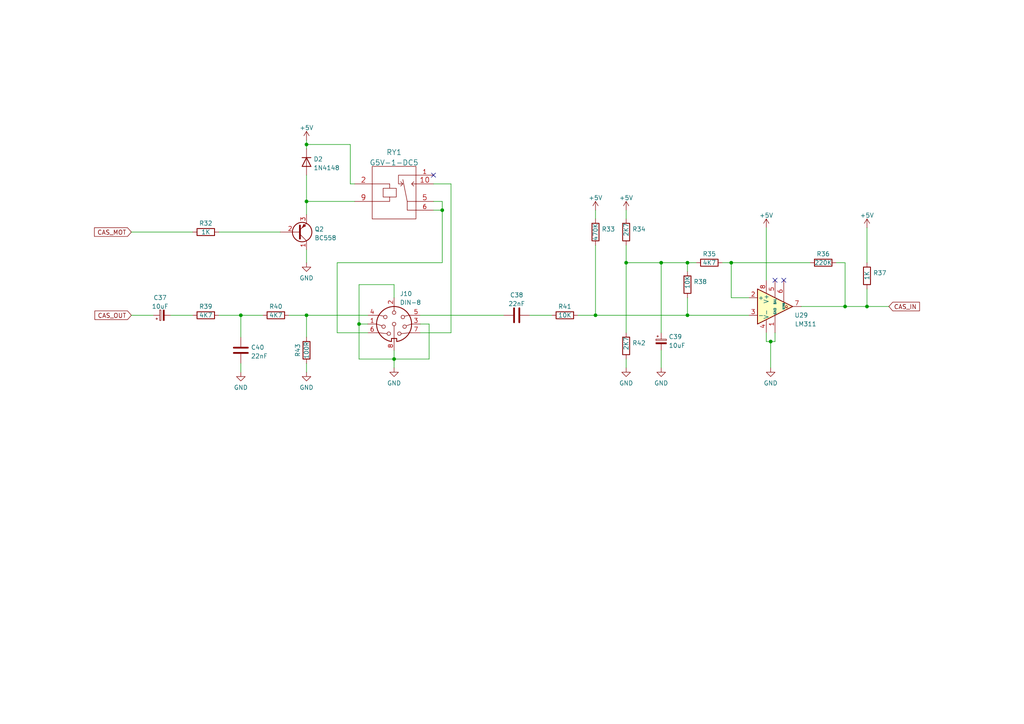
<source format=kicad_sch>
(kicad_sch (version 20250114) (generator "eeschema") (generator_version "9.0")
  (paper "A4")
  (title_block (title "JFF") (date "2025-07-16") (rev "1.1b-TMSHAT") (company "Skoti / herraa1") (comment 1 "Just for Fun - Computer"))
  (lib_symbols
    (symbol "Comparator:LM311" (pin_names (offset 0.127))
      (property "Reference" "U" (at 3.81 6.35 0))
      (property "Value" "LM311" (at 3.81 3.81 0))
      (symbol "LM311_0_1"
        (polyline (pts (xy 3.683 -0.381) (xy 3.302 -0.381) (xy 3.683 0) (xy 3.302 0.381) (xy 2.921 0) (xy 3.302 -0.381) (xy 2.921 -0.381)) (stroke (width 0.127)))
        (polyline (pts (xy 5.08 0) (xy -5.08 5.08) (xy -5.08 -5.08) (xy 5.08 0)) (stroke (width 0.254)) (fill (type background)))
      )
      (symbol "LM311_1_1"
        (pin input line (at -7.62 2.54 0) (length 2.54) (name "+") (number "2"))
        (pin input line (at -7.62 -2.54 0) (length 2.54) (name "-") (number "3"))
        (pin power_in line (at -2.54 7.62 270) (length 3.81) (name "V+") (number "8"))
        (pin power_in line (at -2.54 -7.62 90) (length 3.81) (name "V-") (number "4"))
        (pin input line (at 0 7.62 270) (length 5.08) (name "BAL") (number "5"))
        (pin passive line (at 0 -7.62 90) (length 5.08) (name "GND") (number "1"))
        (pin input line (at 2.54 7.62 270) (length 6.35) (name "STRB") (number "6"))
        (pin open_collector line (at 7.62 0 180) (length 2.54) (name "~") (number "7"))
      )
    )
    (symbol "Connector:DIN-8" (pin_names (offset 1.016))
      (property "Reference" "J" (at 3.175 5.715 0))
      (property "Value" "DIN-8" (at 2.032 -5.842 0))
      (symbol "DIN-8_0_1"
        (polyline (pts (xy -5.08 2.54) (xy -4.318 2.54) (xy -3.048 2.286)))
        (polyline (pts (xy -5.08 0) (xy -3.556 -0.508)))
        (polyline (pts (xy -5.08 -2.54) (xy -4.318 -2.54) (xy -2.032 -2.794)))
        (circle (center -3.048 -0.762) (radius 0.508))
        (circle (center -2.54 2.032) (radius 0.508))
        (circle (center -1.524 -2.794) (radius 0.508))
        (polyline (pts (xy -0.762 -4.953) (xy -0.762 -4.191) (xy 0.762 -4.191) (xy 0.762 -4.953)) (stroke (width 0.254)))
        (arc (start 5.08 0) (mid 3.8673 -3.3444) (end 0.762 -5.08) (stroke (width 0.254)))
        (polyline (pts (xy 0 5.08) (xy 0 3.81)))
        (circle (center 0 3.302) (radius 0.508))
        (circle (center 0 0) (radius 0.508))
        (arc (start -5.08 0) (mid 0 5.0579) (end 5.08 0) (stroke (width 0.254)))
        (polyline (pts (xy 0 -0.508) (xy 0 -5.08)))
        (arc (start -0.762 -5.08) (mid -3.8597 -3.3379) (end -5.08 0) (stroke (width 0.254)))
        (circle (center 1.524 -2.794) (radius 0.508))
        (circle (center 2.54 2.032) (radius 0.508))
        (circle (center 3.048 -0.762) (radius 0.508))
        (polyline (pts (xy 5.08 2.54) (xy 4.318 2.54) (xy 3.048 2.286)))
        (polyline (pts (xy 5.08 0) (xy 3.556 -0.508)))
        (polyline (pts (xy 5.08 -2.54) (xy 4.318 -2.54) (xy 2.032 -2.794)))
      )
      (symbol "DIN-8_1_1"
        (pin passive line (at -7.62 2.54 0) (length 2.54) (name "~") (number "4"))
        (pin passive line (at -7.62 0 0) (length 2.54) (name "~") (number "1"))
        (pin passive line (at -7.62 -2.54 0) (length 2.54) (name "~") (number "6"))
        (pin passive line (at 0 7.62 270) (length 2.54) (name "~") (number "2"))
        (pin passive line (at 0 -7.62 90) (length 2.54) (name "~") (number "8"))
        (pin passive line (at 7.62 2.54 180) (length 2.54) (name "~") (number "5"))
        (pin passive line (at 7.62 0 180) (length 2.54) (name "~") (number "3"))
        (pin passive line (at 7.62 -2.54 180) (length 2.54) (name "~") (number "7"))
      )
    )
    (symbol "Device:C" (pin_numbers (hide yes)) (pin_names (offset 0.254))
      (property "Reference" "C" (at 0.635 2.54 0))
      (property "Value" "C" (at 0.635 -2.54 0))
      (symbol "C_0_1"
        (polyline (pts (xy -2.032 0.762) (xy 2.032 0.762)) (stroke (width 0.508)))
        (polyline (pts (xy -2.032 -0.762) (xy 2.032 -0.762)) (stroke (width 0.508)))
      )
      (symbol "C_1_1"
        (pin passive line (at 0 3.81 270) (length 2.794) (name "~") (number "1"))
        (pin passive line (at 0 -3.81 90) (length 2.794) (name "~") (number "2"))
      )
    )
    (symbol "Device:C_Polarized_Small" (pin_numbers (hide yes)) (pin_names (offset 0.254) (hide yes))
      (property "Reference" "C" (at 0.254 1.778 0))
      (property "Value" "C_Polarized_Small" (at 0.254 -2.032 0))
      (symbol "C_Polarized_Small_0_1"
        (rectangle (start -1.524 0.6858) (end 1.524 0.3048))
        (rectangle (start -1.524 -0.3048) (end 1.524 -0.6858) (fill (type outline)))
        (polyline (pts (xy -1.27 1.524) (xy -0.762 1.524)))
        (polyline (pts (xy -1.016 1.27) (xy -1.016 1.778)))
      )
      (symbol "C_Polarized_Small_1_1"
        (pin passive line (at 0 2.54 270) (length 1.8542) (name "~") (number "1"))
        (pin passive line (at 0 -2.54 90) (length 1.8542) (name "~") (number "2"))
      )
    )
    (symbol "Device:D" (pin_numbers (hide yes)) (pin_names (offset 1.016) (hide yes))
      (property "Reference" "D" (at 0 2.54 0))
      (property "Value" "D" (at 0 -2.54 0))
      (symbol "D_0_1"
        (polyline (pts (xy -1.27 1.27) (xy -1.27 -1.27)) (stroke (width 0.254)))
        (polyline (pts (xy 1.27 1.27) (xy 1.27 -1.27) (xy -1.27 0) (xy 1.27 1.27)) (stroke (width 0.254)))
        (polyline (pts (xy 1.27 0) (xy -1.27 0)))
      )
      (symbol "D_1_1"
        (pin passive line (at -3.81 0 0) (length 2.54) (name "K") (number "1"))
        (pin passive line (at 3.81 0 180) (length 2.54) (name "A") (number "2"))
      )
    )
    (symbol "Device:R" (pin_numbers (hide yes)) (pin_names (offset 0))
      (property "Reference" "R" (at 2.032 0 90))
      (property "Value" "R" (at 0 0 90))
      (symbol "R_0_1"
        (rectangle (start -1.016 -2.54) (end 1.016 2.54) (stroke (width 0.254)))
      )
      (symbol "R_1_1"
        (pin passive line (at 0 3.81 270) (length 1.27) (name "~") (number "1"))
        (pin passive line (at 0 -3.81 90) (length 1.27) (name "~") (number "2"))
      )
    )
    (symbol "Transistor_BJT:BC558" (pin_names (offset 0) (hide yes))
      (property "Reference" "Q" (at 5.08 1.905 0))
      (property "Value" "BC558" (at 5.08 0 0))
      (symbol "BC558_0_1"
        (polyline (pts (xy 0.635 1.905) (xy 0.635 -1.905) (xy 0.635 -1.905)) (stroke (width 0.508)))
        (polyline (pts (xy 0.635 0.635) (xy 2.54 2.54)))
        (polyline (pts (xy 0.635 -0.635) (xy 2.54 -2.54) (xy 2.54 -2.54)))
        (circle (center 1.27 0) (radius 2.8194) (stroke (width 0.254)))
        (polyline (pts (xy 2.286 -1.778) (xy 1.778 -2.286) (xy 1.27 -1.27) (xy 2.286 -1.778) (xy 2.286 -1.778)) (fill (type outline)))
      )
      (symbol "BC558_1_1"
        (pin input line (at -5.08 0 0) (length 5.715) (name "B") (number "2"))
        (pin passive line (at 2.54 5.08 270) (length 2.54) (name "C") (number "1"))
        (pin passive line (at 2.54 -5.08 90) (length 2.54) (name "E") (number "3"))
      )
    )
    (symbol "jff:Relay_SPDT" (pin_names (offset 1.016))
      (property "Reference" "RY?" (at -6.35 6.35 0))
      (property "Value" "Relay_SPDT" (at -6.35 -11.43 0))
      (symbol "Relay_SPDT_0_1"
        (rectangle (start -6.35 5.08) (end 6.35 -10.16))
        (polyline (pts (xy -6.35 0) (xy -1.27 0)))
        (polyline (pts (xy -3.175 -1.27) (xy -3.175 -3.81) (xy 0.635 -3.81) (xy 0.635 -1.27) (xy -3.175 -1.27)))
        (polyline (pts (xy -1.27 0) (xy -1.27 -1.27)))
        (polyline (pts (xy -1.27 -3.81) (xy -1.27 -5.08) (xy -6.35 -5.08)))
        (polyline (pts (xy 1.905 0.635) (xy 2.54 0)))
        (polyline (pts (xy 2.54 0) (xy 1.905 -0.635)))
        (polyline (pts (xy 2.54 0) (xy 1.27 0) (xy 1.27 2.54) (xy 6.35 2.54)))
        (polyline (pts (xy 3.81 -5.08) (xy 2.54 1.27)))
        (polyline (pts (xy 3.81 -5.08) (xy 6.35 -5.08)))
        (polyline (pts (xy 5.08 0) (xy 5.715 0.635)))
        (polyline (pts (xy 6.35 0) (xy 5.08 0) (xy 5.715 -0.635)))
        (polyline (pts (xy 6.35 -7.62) (xy 3.81 -7.62) (xy 3.81 -5.08)))
      )
      (symbol "Relay_SPDT_1_1"
        (pin passive line (at -11.43 0 0) (length 5.08) (name "~") (number "2"))
        (pin passive line (at -11.43 -5.08 0) (length 5.08) (name "~") (number "9"))
        (pin output line (at 11.43 2.54 180) (length 5.08) (name "~") (number "1"))
        (pin passive line (at 11.43 0 180) (length 5.08) (name "~") (number "10"))
        (pin passive line (at 11.43 -5.08 180) (length 5.08) (name "~") (number "5"))
        (pin output line (at 11.43 -7.62 180) (length 5.08) (name "~") (number "6"))
      )
    )
    (symbol "power:+5V" (power) (pin_names (offset 0))
      (property "Value" "+5V" (at 0 3.556 0))
      (symbol "+5V_0_1"
        (polyline (pts (xy -0.762 1.27) (xy 0 2.54)))
        (polyline (pts (xy 0 2.54) (xy 0.762 1.27)))
        (polyline (pts (xy 0 0) (xy 0 2.54)))
      )
      (symbol "+5V_1_1"
        (pin power_in line (at 0 0 90) (length 0) (hide yes) (name "+5V") (number "1"))
      )
    )
    (symbol "power:GND" (power) (pin_names (offset 0))
      (property "Value" "GND" (at 0 -3.81 0))
      (symbol "GND_0_1"
        (polyline (pts (xy 0 0) (xy 0 -1.27) (xy 1.27 -1.27) (xy 0 -2.54) (xy -1.27 -1.27) (xy 0 -1.27)))
      )
      (symbol "GND_1_1"
        (pin power_in line (at 0 0 270) (length 0) (hide yes) (name "GND") (number "1"))
      )
    )
  )
  (junction (at 88.9 58.42))
  (junction (at 88.9 41.91))
  (junction (at 199.39 76.2))
  (junction (at 69.85 91.44))
  (junction (at 104.14 93.98))
  (junction (at 191.77 76.2))
  (junction (at 114.3 104.14))
  (junction (at 181.61 76.2))
  (junction (at 251.46 88.9))
  (junction (at 212.09 76.2))
  (junction (at 199.39 91.44))
  (junction (at 223.52 99.06))
  (junction (at 245.11 88.9))
  (junction (at 128.27 60.96))
  (junction (at 172.72 91.44))
  (junction (at 88.9 91.44))
  (no_connect (at 224.79 81.28))
  (no_connect (at 227.33 81.28))
  (no_connect (at 125.73 50.8))
  (wire (pts (xy 97.79 96.52) (xy 97.79 76.2)))
  (wire (pts (xy 212.09 86.36) (xy 212.09 76.2)))
  (wire (pts (xy 222.25 66.04) (xy 222.25 81.28)))
  (wire (pts (xy 223.52 99.06) (xy 223.52 106.68)))
  (wire (pts (xy 63.5 67.31) (xy 81.28 67.31)))
  (wire (pts (xy 191.77 76.2) (xy 181.61 76.2)))
  (wire (pts (xy 128.27 60.96) (xy 125.73 60.96)))
  (wire (pts (xy 104.14 93.98) (xy 106.68 93.98)))
  (wire (pts (xy 245.11 76.2) (xy 245.11 88.9)))
  (wire (pts (xy 199.39 76.2) (xy 191.77 76.2)))
  (wire (pts (xy 181.61 60.96) (xy 181.61 63.5)))
  (wire (pts (xy 191.77 101.6) (xy 191.77 106.68)))
  (wire (pts (xy 172.72 71.12) (xy 172.72 91.44)))
  (wire (pts (xy 88.9 50.8) (xy 88.9 58.42)))
  (wire (pts (xy 88.9 72.39) (xy 88.9 76.2)))
  (wire (pts (xy 106.68 96.52) (xy 97.79 96.52)))
  (wire (pts (xy 172.72 91.44) (xy 199.39 91.44)))
  (wire (pts (xy 130.81 96.52) (xy 121.92 96.52)))
  (wire (pts (xy 181.61 71.12) (xy 181.61 76.2)))
  (wire (pts (xy 199.39 76.2) (xy 201.93 76.2)))
  (wire (pts (xy 191.77 76.2) (xy 191.77 96.52)))
  (wire (pts (xy 251.46 66.04) (xy 251.46 76.2)))
  (wire (pts (xy 251.46 83.82) (xy 251.46 88.9)))
  (wire (pts (xy 172.72 60.96) (xy 172.72 63.5)))
  (wire (pts (xy 223.52 99.06) (xy 224.79 99.06)))
  (wire (pts (xy 167.64 91.44) (xy 172.72 91.44)))
  (wire (pts (xy 69.85 105.41) (xy 69.85 107.95)))
  (wire (pts (xy 88.9 58.42) (xy 88.9 62.23)))
  (wire (pts (xy 199.39 86.36) (xy 199.39 91.44)))
  (wire (pts (xy 121.92 91.44) (xy 146.05 91.44)))
  (wire (pts (xy 153.67 91.44) (xy 160.02 91.44)))
  (wire (pts (xy 199.39 91.44) (xy 217.17 91.44)))
  (wire (pts (xy 217.17 86.36) (xy 212.09 86.36)))
  (wire (pts (xy 63.5 91.44) (xy 69.85 91.44)))
  (wire (pts (xy 104.14 93.98) (xy 104.14 82.55)))
  (wire (pts (xy 88.9 40.64) (xy 88.9 41.91)))
  (wire (pts (xy 224.79 96.52) (xy 224.79 99.06)))
  (wire (pts (xy 97.79 76.2) (xy 128.27 76.2)))
  (wire (pts (xy 88.9 105.41) (xy 88.9 107.95)))
  (wire (pts (xy 114.3 104.14) (xy 104.14 104.14)))
  (wire (pts (xy 222.25 96.52) (xy 222.25 99.06)))
  (wire (pts (xy 181.61 104.14) (xy 181.61 106.68)))
  (wire (pts (xy 38.1 67.31) (xy 55.88 67.31)))
  (wire (pts (xy 181.61 76.2) (xy 181.61 96.52)))
  (wire (pts (xy 114.3 101.6) (xy 114.3 104.14)))
  (wire (pts (xy 88.9 91.44) (xy 88.9 97.79)))
  (wire (pts (xy 104.14 104.14) (xy 104.14 93.98)))
  (wire (pts (xy 124.46 104.14) (xy 114.3 104.14)))
  (wire (pts (xy 101.6 53.34) (xy 101.6 41.91)))
  (wire (pts (xy 124.46 93.98) (xy 124.46 104.14)))
  (wire (pts (xy 102.87 53.34) (xy 101.6 53.34)))
  (wire (pts (xy 199.39 78.74) (xy 199.39 76.2)))
  (wire (pts (xy 101.6 41.91) (xy 88.9 41.91)))
  (wire (pts (xy 114.3 104.14) (xy 114.3 106.68)))
  (wire (pts (xy 125.73 53.34) (xy 130.81 53.34)))
  (wire (pts (xy 222.25 99.06) (xy 223.52 99.06)))
  (wire (pts (xy 38.1 91.44) (xy 44.45 91.44)))
  (wire (pts (xy 49.53 91.44) (xy 55.88 91.44)))
  (wire (pts (xy 83.82 91.44) (xy 88.9 91.44)))
  (wire (pts (xy 114.3 82.55) (xy 114.3 86.36)))
  (wire (pts (xy 69.85 91.44) (xy 69.85 97.79)))
  (wire (pts (xy 209.55 76.2) (xy 212.09 76.2)))
  (wire (pts (xy 121.92 93.98) (xy 124.46 93.98)))
  (wire (pts (xy 128.27 58.42) (xy 128.27 60.96)))
  (wire (pts (xy 245.11 88.9) (xy 251.46 88.9)))
  (wire (pts (xy 130.81 53.34) (xy 130.81 96.52)))
  (wire (pts (xy 212.09 76.2) (xy 234.95 76.2)))
  (wire (pts (xy 125.73 58.42) (xy 128.27 58.42)))
  (wire (pts (xy 69.85 91.44) (xy 76.2 91.44)))
  (wire (pts (xy 242.57 76.2) (xy 245.11 76.2)))
  (wire (pts (xy 251.46 88.9) (xy 257.81 88.9)))
  (wire (pts (xy 128.27 76.2) (xy 128.27 60.96)))
  (wire (pts (xy 88.9 91.44) (xy 106.68 91.44)))
  (wire (pts (xy 232.41 88.9) (xy 245.11 88.9)))
  (wire (pts (xy 104.14 82.55) (xy 114.3 82.55)))
  (wire (pts (xy 88.9 41.91) (xy 88.9 43.18)))
  (wire (pts (xy 88.9 58.42) (xy 102.87 58.42)))
  (global_label "CAS_OUT" (shape input) (at 38.1 91.44 180) (property "Intersheetrefs" "${INTERSHEET_REFS}" (effects (hide yes))))
  (global_label "CAS_IN" (shape input) (at 257.81 88.9 0) (property "Intersheetrefs" "${INTERSHEET_REFS}" (effects (hide yes))))
  (global_label "CAS_MOT" (shape input) (at 38.1 67.31 180) (property "Intersheetrefs" "${INTERSHEET_REFS}" (effects (hide yes))))
  (symbol (lib_id "power:GND") (at 191.77 106.68 0) (unit 1)
    (property "Reference" "#PWR0194" (effects (hide yes)))
    (property "Value" "GND" (at 191.77 111.1234 0))
  )
  (symbol (lib_id "Device:R") (at 59.69 67.31 90) (unit 1)
    (property "Reference" "R32" (at 59.69 64.77 90))
    (property "Value" "1K" (at 59.69 67.31 90))
    (property "Footprint" "Resistor_THT:R_Axial_DIN0204_L3.6mm_D1.6mm_P7.62mm_Horizontal" (effects (hide yes)))
  )
  (symbol (lib_id "power:GND") (at 88.9 107.95 0) (unit 1)
    (property "Reference" "#PWR0197" (effects (hide yes)))
    (property "Value" "GND" (at 88.9 112.3934 0))
  )
  (symbol (lib_id "Device:C_Polarized_Small") (at 46.99 91.44 90) (unit 1)
    (property "Reference" "C37" (at 46.4439 86.3432 90))
    (property "Value" "10uF" (at 46.4439 88.8801 90))
    (property "Footprint" "Capacitor_THT:CP_Radial_D5.0mm_P2.50mm" (effects (hide yes)))
  )
  (symbol (lib_id "Device:R") (at 172.72 67.31 180) (unit 1)
    (property "Reference" "R33" (at 174.498 66.4753 0) (effects (justify right)))
    (property "Value" "470K" (at 172.72 69.85 90) (effects (justify right)))
    (property "Footprint" "Resistor_THT:R_Axial_DIN0204_L3.6mm_D1.6mm_P7.62mm_Horizontal" (effects (hide yes)))
  )
  (symbol (lib_id "Device:R") (at 205.74 76.2 90) (unit 1)
    (property "Reference" "R35" (at 205.74 73.66 90))
    (property "Value" "4K7" (at 205.74 76.2 90))
    (property "Footprint" "Resistor_THT:R_Axial_DIN0204_L3.6mm_D1.6mm_P7.62mm_Horizontal" (effects (hide yes)))
  )
  (symbol (lib_id "Device:C") (at 69.85 101.6 180) (unit 1)
    (property "Reference" "C40" (at 72.771 100.7653 0) (effects (justify right)))
    (property "Value" "22nF" (at 72.771 103.3022 0) (effects (justify right)))
    (property "Footprint" "Capacitor_THT:C_Disc_D3.0mm_W2.0mm_P2.50mm" (effects (hide yes)))
  )
  (symbol (lib_id "power:+5V") (at 251.46 66.04 0) (unit 1)
    (property "Reference" "#PWR0190" (effects (hide yes)))
    (property "Value" "+5V" (at 251.46 62.4642 0))
  )
  (symbol (lib_id "power:GND") (at 114.3 106.68 0) (unit 1)
    (property "Reference" "#PWR0195" (effects (hide yes)))
    (property "Value" "GND" (at 114.3 111.1234 0))
  )
  (symbol (lib_id "power:+5V") (at 172.72 60.96 0) (unit 1)
    (property "Reference" "#PWR0192" (effects (hide yes)))
    (property "Value" "+5V" (at 172.72 57.3842 0))
  )
  (symbol (lib_id "Device:D") (at 88.9 46.99 270) (unit 1)
    (property "Reference" "D2" (at 90.932 46.1553 90) (effects (justify left)))
    (property "Value" "1N4148" (at 90.932 48.6922 90) (effects (justify left)))
    (property "Footprint" "Diode_THT:D_DO-35_SOD27_P7.62mm_Horizontal" (effects (hide yes)))
  )
  (symbol (lib_id "Transistor_BJT:BC558") (at 86.36 67.31 0) (mirror x) (unit 1)
    (property "Reference" "Q2" (at 91.2114 66.4753 0) (effects (justify left)))
    (property "Value" "BC558" (at 91.2114 69.0122 0) (effects (justify left)))
    (property "Footprint" "Package_TO_SOT_THT:TO-92_Inline" (effects (hide yes)))
    (property "Datasheet" "https://www.onsemi.com/pub/Collateral/BC556BTA-D.pdf" (effects (hide yes)))
  )
  (symbol (lib_id "power:+5V") (at 222.25 66.04 0) (unit 1)
    (property "Reference" "#PWR0213" (effects (hide yes)))
    (property "Value" "+5V" (at 222.25 62.4642 0))
  )
  (symbol (lib_id "power:+5V") (at 181.61 60.96 0) (unit 1)
    (property "Reference" "#PWR0191" (effects (hide yes)))
    (property "Value" "+5V" (at 181.61 57.3842 0))
  )
  (symbol (lib_id "Device:R") (at 163.83 91.44 90) (unit 1)
    (property "Reference" "R41" (at 163.83 88.9 90))
    (property "Value" "10K" (at 163.83 91.44 90))
    (property "Footprint" "Resistor_THT:R_Axial_DIN0204_L3.6mm_D1.6mm_P7.62mm_Horizontal" (effects (hide yes)))
  )
  (symbol (lib_id "Device:R") (at 238.76 76.2 90) (unit 1)
    (property "Reference" "R36" (at 238.76 73.66 90))
    (property "Value" "220K" (at 238.76 76.2 90))
    (property "Footprint" "Resistor_THT:R_Axial_DIN0204_L3.6mm_D1.6mm_P7.62mm_Horizontal" (effects (hide yes)))
  )
  (symbol (lib_id "power:+5V") (at 88.9 40.64 0) (unit 1)
    (property "Reference" "#PWR0199" (effects (hide yes)))
    (property "Value" "+5V" (at 88.9 37.0642 0))
  )
  (symbol (lib_id "Device:C_Polarized_Small") (at 191.77 99.06 0) (unit 1)
    (property "Reference" "C39" (at 193.929 97.6792 0) (effects (justify left)))
    (property "Value" "10uF" (at 193.929 100.2161 0) (effects (justify left)))
    (property "Footprint" "Capacitor_THT:CP_Radial_D5.0mm_P2.50mm" (effects (hide yes)))
  )
  (symbol (lib_id "Connector:DIN-8") (at 114.3 93.98 0) (unit 1)
    (property "Reference" "J10" (at 115.9511 85.2002 0) (effects (justify left)))
    (property "Value" "DIN-8" (at 115.9511 87.7371 0) (effects (justify left)))
    (property "Footprint" "JfF-Library:DIN8_eu" (effects (hide yes)))
    (property "Datasheet" "http://www.mouser.com/ds/2/18/40_c091_abd_e-75918.pdf" (effects (hide yes)))
  )
  (symbol (lib_id "Device:R") (at 181.61 100.33 180) (unit 1)
    (property "Reference" "R42" (at 183.388 99.4953 0) (effects (justify right)))
    (property "Value" "2K7" (at 181.61 101.6 90) (effects (justify right)))
    (property "Footprint" "Resistor_THT:R_Axial_DIN0204_L3.6mm_D1.6mm_P7.62mm_Horizontal" (effects (hide yes)))
  )
  (symbol (lib_id "Device:R") (at 199.39 82.55 180) (unit 1)
    (property "Reference" "R38" (at 201.168 81.7153 0) (effects (justify right)))
    (property "Value" "10K" (at 199.39 83.82 90) (effects (justify right)))
    (property "Footprint" "Resistor_THT:R_Axial_DIN0204_L3.6mm_D1.6mm_P7.62mm_Horizontal" (effects (hide yes)))
  )
  (symbol (lib_id "Device:R") (at 59.69 91.44 90) (unit 1)
    (property "Reference" "R39" (at 59.69 88.9 90))
    (property "Value" "4K7" (at 59.69 91.44 90))
    (property "Footprint" "Resistor_THT:R_Axial_DIN0204_L3.6mm_D1.6mm_P7.62mm_Horizontal" (effects (hide yes)))
  )
  (symbol (lib_id "power:GND") (at 223.52 106.68 0) (unit 1)
    (property "Reference" "#PWR0212" (effects (hide yes)))
    (property "Value" "GND" (at 223.52 111.1234 0))
  )
  (symbol (lib_id "Device:R") (at 80.01 91.44 90) (unit 1)
    (property "Reference" "R40" (at 80.01 88.9 90))
    (property "Value" "4K7" (at 80.01 91.44 90))
    (property "Footprint" "Resistor_THT:R_Axial_DIN0204_L3.6mm_D1.6mm_P7.62mm_Horizontal" (effects (hide yes)))
  )
  (symbol (lib_id "Comparator:LM311") (at 224.79 88.9 0) (unit 1)
    (property "Reference" "U29" (at 232.41 91.44 0))
    (property "Value" "LM311" (at 233.68 93.98 0))
    (property "Footprint" "Package_DIP:DIP-8_W7.62mm_Socket" (effects (hide yes)))
    (property "Datasheet" "https://www.st.com/resource/en/datasheet/lm311.pdf" (effects (hide yes)))
  )
  (symbol (lib_id "Device:R") (at 251.46 80.01 0) (unit 1)
    (property "Reference" "R37" (at 253.238 79.1753 0) (effects (justify left)))
    (property "Value" "1K" (at 251.46 81.28 90) (effects (justify left)))
    (property "Footprint" "Resistor_THT:R_Axial_DIN0204_L3.6mm_D1.6mm_P7.62mm_Horizontal" (effects (hide yes)))
  )
  (symbol (lib_id "jff:Relay_SPDT") (at 114.3 53.34 0) (unit 1)
    (property "Reference" "RY1" (at 114.3 44.1759 0) (effects (font (size 1.524 1.524))))
    (property "Value" "G5V-1-DC5" (at 114.3 47.1693 0) (effects (font (size 1.524 1.524))))
    (property "Footprint" "JfF-Library:Relay_SPDT" (effects (hide yes)))
  )
  (symbol (lib_id "Device:C") (at 149.86 91.44 90) (unit 1)
    (property "Reference" "C38" (at 149.86 85.5812 90))
    (property "Value" "22nF" (at 149.86 88.1181 90))
    (property "Footprint" "Capacitor_THT:C_Disc_D3.0mm_W2.0mm_P2.50mm" (effects (hide yes)))
  )
  (symbol (lib_id "power:GND") (at 181.61 106.68 0) (unit 1)
    (property "Reference" "#PWR0193" (effects (hide yes)))
    (property "Value" "GND" (at 181.61 111.1234 0))
  )
  (symbol (lib_id "power:GND") (at 88.9 76.2 0) (unit 1)
    (property "Reference" "#PWR0198" (effects (hide yes)))
    (property "Value" "GND" (at 88.9 80.6434 0))
  )
  (symbol (lib_id "power:GND") (at 69.85 107.95 0) (unit 1)
    (property "Reference" "#PWR0196" (effects (hide yes)))
    (property "Value" "GND" (at 69.85 112.3934 0))
  )
  (symbol (lib_id "Device:R") (at 88.9 101.6 180) (unit 1)
    (property "Reference" "R43" (at 86.36 101.6 90))
    (property "Value" "100R" (at 88.9 101.6 90))
    (property "Footprint" "Resistor_THT:R_Axial_DIN0204_L3.6mm_D1.6mm_P7.62mm_Horizontal" (effects (hide yes)))
  )
  (symbol (lib_id "Device:R") (at 181.61 67.31 180) (unit 1)
    (property "Reference" "R34" (at 183.388 66.4753 0) (effects (justify right)))
    (property "Value" "2K7" (at 181.61 68.58 90) (effects (justify right)))
    (property "Footprint" "Resistor_THT:R_Axial_DIN0204_L3.6mm_D1.6mm_P7.62mm_Horizontal" (effects (hide yes)))
  )
)
</source>
